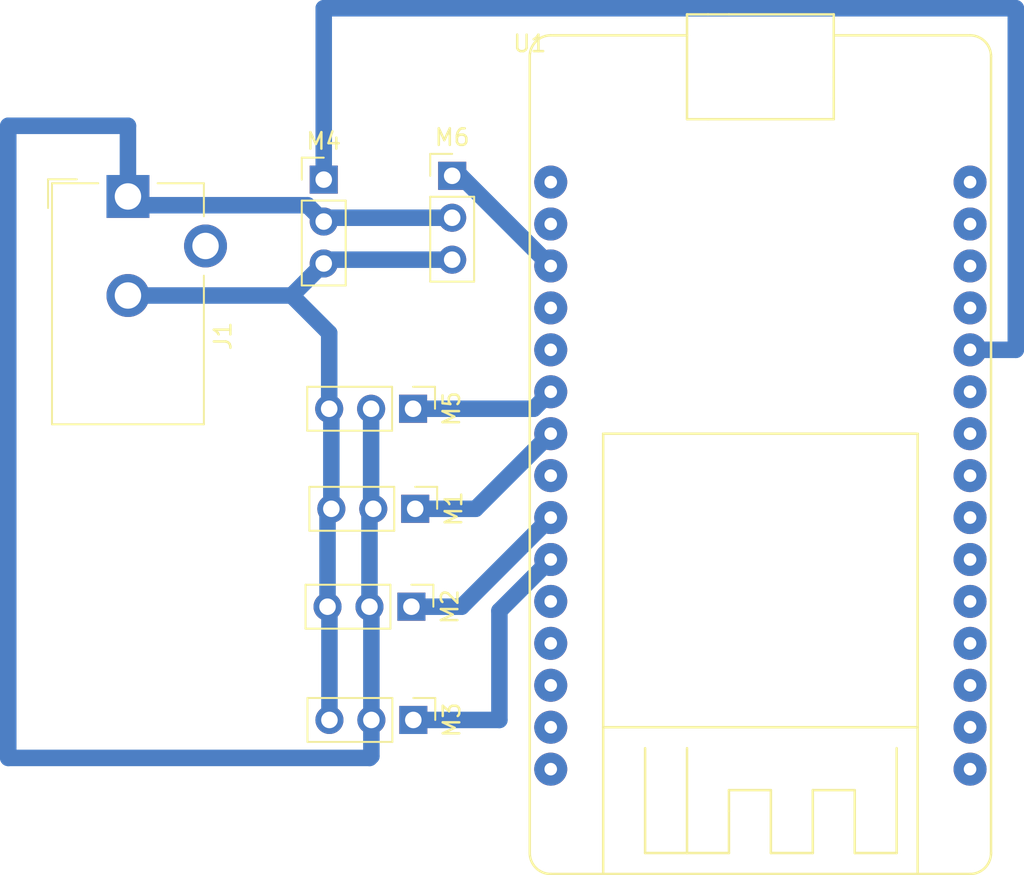
<source format=kicad_pcb>
(kicad_pcb (version 20240108) (generator "pcbnew") (generator_version "8.0")
  (layers (0 "F.Cu" signal) (31 "B.Cu" signal) (34 "B.Paste" user) (35 "F.Paste" user) (36 "B.SilkS" user "B.Silkscreen") (37 "F.SilkS" user "F.Silkscreen") (38 "B.Mask" user) (39 "F.Mask" user) (44 "Edge.Cuts" user))
  (net 0 "")
  (net 1 "GND")
  (net 2 "+12V")
  (net 3 "PWM3")
  (net 4 "PWM2")
  (net 5 "PWM1")
  (net 6 "PWM6")
  (net 7 "PWM4")
  (net 8 "PWM5")
  (net 11 "VccPlaca")
  (net 32 "GndPlaca")
  (footprint "Connector_PinHeader_2.54mm:PinHeader_1x03_P2.54mm_Vertical" (layer "F.Cu") (at 115.41 38.19)
    (property "Reference" "M4" (at 0 -2.33 0) (layer "F.SilkS"))
    (property "Value" "Motor_Servo")
    (fp_line (start -1.33 -1.33) (end 0 -1.33) (stroke (width 0.12)) (layer "F.SilkS"))
    (fp_line (start -1.33 0) (end -1.33 -1.33) (stroke (width 0.12)) (layer "F.SilkS"))
    (fp_line (start -1.33 1.27) (end -1.33 6.41) (stroke (width 0.12)) (layer "F.SilkS"))
    (fp_line (start -1.33 1.27) (end 1.33 1.27) (stroke (width 0.12)) (layer "F.SilkS"))
    (fp_line (start -1.33 6.41) (end 1.33 6.41) (stroke (width 0.12)) (layer "F.SilkS"))
    (fp_line (start 1.33 1.27) (end 1.33 6.41) (stroke (width 0.12)) (layer "F.SilkS"))
    (pad "1" thru_hole rect (at 0 0) (size 1.7 1.7) (drill 1) (layers "*.Cu" "*.Mask") (net 6 "PWM6"))
    (pad "2" thru_hole oval (at 0 2.54) (size 1.7 1.7) (drill 1) (layers "*.Cu" "*.Mask") (net 2 "+12V"))
    (pad "3" thru_hole oval (at 0 5.08) (size 1.7 1.7) (drill 1) (layers "*.Cu" "*.Mask") (net 1 "GND"))
  )
  (footprint "Connector_PinHeader_2.54mm:PinHeader_1x03_P2.54mm_Vertical" (layer "F.Cu") (at 120.95 58.13 -90)
    (property "Reference" "M1" (at 0 -2.33 90) (layer "F.SilkS"))
    (property "Value" "Motor_Servo")
    (fp_line (start -1.33 6.41) (end 1.33 6.41) (stroke (width 0.12)) (layer "F.SilkS"))
    (fp_line (start -1.33 1.27) (end -1.33 6.41) (stroke (width 0.12)) (layer "F.SilkS"))
    (fp_line (start -1.33 1.27) (end 1.33 1.27) (stroke (width 0.12)) (layer "F.SilkS"))
    (fp_line (start 1.33 1.27) (end 1.33 6.41) (stroke (width 0.12)) (layer "F.SilkS"))
    (fp_line (start -1.33 0) (end -1.33 -1.33) (stroke (width 0.12)) (layer "F.SilkS"))
    (fp_line (start -1.33 -1.33) (end 0 -1.33) (stroke (width 0.12)) (layer "F.SilkS"))
    (pad "1" thru_hole rect (at 0 0 270) (size 1.7 1.7) (drill 1) (layers "*.Cu" "*.Mask") (net 3 "PWM3"))
    (pad "2" thru_hole oval (at 0 2.54 270) (size 1.7 1.7) (drill 1) (layers "*.Cu" "*.Mask") (net 2 "+12V"))
    (pad "3" thru_hole oval (at 0 5.08 270) (size 1.7 1.7) (drill 1) (layers "*.Cu" "*.Mask") (net 1 "GND"))
  )
  (footprint "Connector_BarrelJack:BarrelJack_CUI_PJ-102AH_Horizontal" (layer "F.Cu") (at 103.55 39.21)
    (property "Reference" "J1" (at 5.75 8.45 90) (layer "F.SilkS"))
    (property "Value" "Barrel_Jack_MountingPin")
    (fp_line (start -4.84 -1.04) (end -3.1 -1.04) (stroke (width 0.12)) (layer "F.SilkS"))
    (fp_line (start -4.84 0.7) (end -4.84 -1.04) (stroke (width 0.12)) (layer "F.SilkS"))
    (fp_line (start -4.6 -0.8) (end -1.8 -0.8) (stroke (width 0.12)) (layer "F.SilkS"))
    (fp_line (start -4.6 13.8) (end -4.6 -0.8) (stroke (width 0.12)) (layer "F.SilkS"))
    (fp_line (start 1.8 -0.8) (end 4.6 -0.8) (stroke (width 0.12)) (layer "F.SilkS"))
    (fp_line (start 4.6 -0.8) (end 4.6 1.2) (stroke (width 0.12)) (layer "F.SilkS"))
    (fp_line (start 4.6 4.8) (end 4.6 13.8) (stroke (width 0.12)) (layer "F.SilkS"))
    (fp_line (start 4.6 13.8) (end -4.6 13.8) (stroke (width 0.12)) (layer "F.SilkS"))
    (pad "1" thru_hole rect (at 0 0) (size 2.6 2.6) (drill 1.6) (layers "*.Cu" "*.Mask") (net 2 "+12V"))
    (pad "2" thru_hole circle (at 0 6) (size 2.6 2.6) (drill 1.6) (layers "*.Cu" "*.Mask") (net 1 "GND"))
    (pad "3" thru_hole circle (at 4.7 3) (size 2.6 2.6) (drill 1.6) (layers "*.Cu" "*.Mask"))
  )
  (footprint "Connector_PinHeader_2.54mm:PinHeader_1x03_P2.54mm_Vertical" (layer "F.Cu") (at 123.19 37.96)
    (property "Reference" "M6" (at 0 -2.33 0) (layer "F.SilkS"))
    (property "Value" "Motor_Servo")
    (fp_line (start -1.33 -1.33) (end 0 -1.33) (stroke (width 0.12)) (layer "F.SilkS"))
    (fp_line (start -1.33 0) (end -1.33 -1.33) (stroke (width 0.12)) (layer "F.SilkS"))
    (fp_line (start -1.33 1.27) (end -1.33 6.41) (stroke (width 0.12)) (layer "F.SilkS"))
    (fp_line (start -1.33 1.27) (end 1.33 1.27) (stroke (width 0.12)) (layer "F.SilkS"))
    (fp_line (start -1.33 6.41) (end 1.33 6.41) (stroke (width 0.12)) (layer "F.SilkS"))
    (fp_line (start 1.33 1.27) (end 1.33 6.41) (stroke (width 0.12)) (layer "F.SilkS"))
    (pad "1" thru_hole rect (at 0 0) (size 1.7 1.7) (drill 1) (layers "*.Cu" "*.Mask") (net 8 "PWM5"))
    (pad "2" thru_hole oval (at 0 2.54) (size 1.7 1.7) (drill 1) (layers "*.Cu" "*.Mask") (net 2 "+12V"))
    (pad "3" thru_hole oval (at 0 5.08) (size 1.7 1.7) (drill 1) (layers "*.Cu" "*.Mask") (net 1 "GND"))
  )
  (footprint "Connector_PinHeader_2.54mm:PinHeader_1x03_P2.54mm_Vertical" (layer "F.Cu") (at 120.72 64.06 -90)
    (property "Reference" "M2" (at 0 -2.33 90) (layer "F.SilkS"))
    (property "Value" "Motor_Servo")
    (fp_line (start -1.33 6.41) (end 1.33 6.41) (stroke (width 0.12)) (layer "F.SilkS"))
    (fp_line (start -1.33 1.27) (end -1.33 6.41) (stroke (width 0.12)) (layer "F.SilkS"))
    (fp_line (start -1.33 1.27) (end 1.33 1.27) (stroke (width 0.12)) (layer "F.SilkS"))
    (fp_line (start 1.33 1.27) (end 1.33 6.41) (stroke (width 0.12)) (layer "F.SilkS"))
    (fp_line (start -1.33 0) (end -1.33 -1.33) (stroke (width 0.12)) (layer "F.SilkS"))
    (fp_line (start -1.33 -1.33) (end 0 -1.33) (stroke (width 0.12)) (layer "F.SilkS"))
    (pad "1" thru_hole rect (at 0 0 270) (size 1.7 1.7) (drill 1) (layers "*.Cu" "*.Mask") (net 4 "PWM2"))
    (pad "2" thru_hole oval (at 0 2.54 270) (size 1.7 1.7) (drill 1) (layers "*.Cu" "*.Mask") (net 2 "+12V"))
    (pad "3" thru_hole oval (at 0 5.08 270) (size 1.7 1.7) (drill 1) (layers "*.Cu" "*.Mask") (net 1 "GND"))
  )
  (footprint "DOIT_ESP32:DOIT_ESP32_Devkit_mirko" (layer "F.Cu") (at 127.89 29.45)
    (property "Reference" "U1" (at 0 0.5 0) (layer "F.SilkS"))
    (property "Value" "ESP32-Devkit-V1")
    (fp_line (start 0 49.53) (end 0 1.27) (stroke (width 0.15)) (layer "F.SilkS"))
    (fp_line (start 1.27 50.8) (end 26.67 50.8) (stroke (width 0.15)) (layer "F.SilkS"))
    (fp_line (start 4.445 24.13) (end 23.495 24.13) (stroke (width 0.15)) (layer "F.SilkS"))
    (fp_line (start 4.445 50.8) (end 4.445 24.13) (stroke (width 0.15)) (layer "F.SilkS"))
    (fp_line (start 6.985 43.18) (end 6.985 49.53) (stroke (width 0.15)) (layer "F.SilkS"))
    (fp_line (start 6.985 49.53) (end 9.525 49.53) (stroke (width 0.15)) (layer "F.SilkS"))
    (fp_line (start 9.525 -1.27) (end 9.525 5.08) (stroke (width 0.15)) (layer "F.SilkS"))
    (fp_line (start 9.525 0) (end 1.27 0) (stroke (width 0.15)) (layer "F.SilkS"))
    (fp_line (start 9.525 5.08) (end 10.795 5.08) (stroke (width 0.15)) (layer "F.SilkS"))
    (fp_line (start 9.525 49.53) (end 9.525 43.18) (stroke (width 0.15)) (layer "F.SilkS"))
    (fp_line (start 9.525 49.53) (end 12.065 49.53) (stroke (width 0.15)) (layer "F.SilkS"))
    (fp_line (start 10.795 -1.27) (end 9.525 -1.27) (stroke (width 0.15)) (layer "F.SilkS"))
    (fp_line (start 12.065 -1.27) (end 10.795 -1.27) (stroke (width 0.15)) (layer "F.SilkS"))
    (fp_line (start 12.065 -1.27) (end 18.415 -1.27) (stroke (width 0.15)) (layer "F.SilkS"))
    (fp_line (start 12.065 45.72) (end 14.605 45.72) (stroke (width 0.15)) (layer "F.SilkS"))
    (fp_line (start 12.065 46.99) (end 12.065 45.72) (stroke (width 0.15)) (layer "F.SilkS"))
    (fp_line (start 12.065 49.53) (end 12.065 46.99) (stroke (width 0.15)) (layer "F.SilkS"))
    (fp_line (start 14.605 45.72) (end 14.605 49.53) (stroke (width 0.15)) (layer "F.SilkS"))
    (fp_line (start 14.605 49.53) (end 17.145 49.53) (stroke (width 0.15)) (layer "F.SilkS"))
    (fp_line (start 17.145 45.72) (end 19.685 45.72) (stroke (width 0.15)) (layer "F.SilkS"))
    (fp_line (start 17.145 49.53) (end 17.145 45.72) (stroke (width 0.15)) (layer "F.SilkS"))
    (fp_line (start 18.415 -1.27) (end 18.415 2.54) (stroke (width 0.15)) (layer "F.SilkS"))
    (fp_line (start 18.415 0) (end 26.67 0) (stroke (width 0.15)) (layer "F.SilkS"))
    (fp_line (start 18.415 3.81) (end 18.415 2.54) (stroke (width 0.15)) (layer "F.SilkS"))
    (fp_line (start 18.415 3.81) (end 18.415 5.08) (stroke (width 0.15)) (layer "F.SilkS"))
    (fp_line (start 18.415 5.08) (end 10.795 5.08) (stroke (width 0.15)) (layer "F.SilkS"))
    (fp_line (start 19.685 45.72) (end 19.685 48.26) (stroke (width 0.15)) (layer "F.SilkS"))
    (fp_line (start 19.685 48.26) (end 19.685 49.53) (stroke (width 0.15)) (layer "F.SilkS"))
    (fp_line (start 19.685 49.53) (end 22.225 49.53) (stroke (width 0.15)) (layer "F.SilkS"))
    (fp_line (start 22.225 49.53) (end 22.225 43.18) (stroke (width 0.15)) (layer "F.SilkS"))
    (fp_line (start 23.495 24.13) (end 23.495 50.8) (stroke (width 0.15)) (layer "F.SilkS"))
    (fp_line (start 23.495 41.91) (end 4.445 41.91) (stroke (width 0.15)) (layer "F.SilkS"))
    (fp_line (start 27.94 1.27) (end 27.94 49.53) (stroke (width 0.15)) (layer "F.SilkS"))
    (fp_arc (start 0 1.27) (mid 0.371974 0.371974) (end 1.27 0) (stroke (width 0.15)) (layer "F.SilkS"))
    (fp_arc (start 1.27 50.8) (mid 0.371974 50.428026) (end 0 49.53) (stroke (width 0.15)) (layer "F.SilkS"))
    (fp_arc (start 26.67 0) (mid 27.568026 0.371974) (end 27.94 1.27) (stroke (width 0.15)) (layer "F.SilkS"))
    (fp_arc (start 27.94 49.53) (mid 27.568026 50.428026) (end 26.67 50.8) (stroke (width 0.15)) (layer "F.SilkS"))
    (pad "1" thru_hole circle (at 26.67 8.89) (size 2 2) (drill 0.762) (layers "*.Cu" "*.Mask") (net 11 "VccPlaca"))
    (pad "2" thru_hole circle (at 26.67 11.43) (size 2 2) (drill 0.762) (layers "*.Cu" "*.Mask"))
    (pad "3" thru_hole circle (at 26.67 13.97) (size 2 2) (drill 0.762) (layers "*.Cu" "*.Mask"))
    (pad "4" thru_hole circle (at 26.67 16.51) (size 2 2) (drill 0.762) (layers "*.Cu" "*.Mask"))
    (pad "5" thru_hole circle (at 26.67 19.05) (size 2 2) (drill 0.762) (layers "*.Cu" "*.Mask") (net 6 "PWM6"))
    (pad "6" thru_hole circle (at 26.67 21.59) (size 2 2) (drill 0.762) (layers "*.Cu" "*.Mask"))
    (pad "7" thru_hole circle (at 26.67 24.13) (size 2 2) (drill 0.762) (layers "*.Cu" "*.Mask"))
    (pad "8" thru_hole circle (at 26.67 26.67) (size 2 2) (drill 0.762) (layers "*.Cu" "*.Mask"))
    (pad "9" thru_hole circle (at 26.67 29.21) (size 2 2) (drill 0.762) (layers "*.Cu" "*.Mask"))
    (pad "10" thru_hole circle (at 26.67 31.75) (size 2 2) (drill 0.762) (layers "*.Cu" "*.Mask"))
    (pad "11" thru_hole circle (at 26.67 34.29) (size 2 2) (drill 0.762) (layers "*.Cu" "*.Mask"))
    (pad "12" thru_hole circle (at 26.67 36.83) (size 2 2) (drill 0.762) (layers "*.Cu" "*.Mask"))
    (pad "13" thru_hole circle (at 26.67 39.37) (size 2 2) (drill 0.762) (layers "*.Cu" "*.Mask"))
    (pad "14" thru_hole circle (at 26.67 41.91) (size 2 2) (drill 0.762) (layers "*.Cu" "*.Mask"))
    (pad "15" thru_hole circle (at 26.67 44.45) (size 2 2) (drill 0.762) (layers "*.Cu" "*.Mask"))
    (pad "16" thru_hole circle (at 1.27 44.45) (size 2 2) (drill 0.762) (layers "*.Cu" "*.Mask"))
    (pad "17" thru_hole circle (at 1.27 41.91) (size 2 2) (drill 0.762) (layers "*.Cu" "*.Mask"))
    (pad "18" thru_hole circle (at 1.27 39.37) (size 2 2) (drill 0.762) (layers "*.Cu" "*.Mask"))
    (pad "19" thru_hole circle (at 1.27 36.83) (size 2 2) (drill 0.762) (layers "*.Cu" "*.Mask"))
    (pad "20" thru_hole circle (at 1.27 34.29) (size 2 2) (drill 0.762) (layers "*.Cu" "*.Mask"))
    (pad "21" thru_hole circle (at 1.27 31.75) (size 2 2) (drill 0.762) (layers "*.Cu" "*.Mask") (net 5 "PWM1"))
    (pad "22" thru_hole circle (at 1.27 29.21) (size 2 2) (drill 0.762) (layers "*.Cu" "*.Mask") (net 4 "PWM2"))
    (pad "23" thru_hole circle (at 1.27 26.67) (size 2 2) (drill 0.762) (layers "*.Cu" "*.Mask"))
    (pad "24" thru_hole circle (at 1.27 24.13) (size 2 2) (drill 0.762) (layers "*.Cu" "*.Mask") (net 3 "PWM3"))
    (pad "25" thru_hole circle (at 1.27 21.59) (size 2 2) (drill 0.762) (layers "*.Cu" "*.Mask") (net 7 "PWM4"))
    (pad "26" thru_hole circle (at 1.27 19.05) (size 2 2) (drill 0.762) (layers "*.Cu" "*.Mask"))
    (pad "27" thru_hole circle (at 1.27 16.51) (size 2 2) (drill 0.762) (layers "*.Cu" "*.Mask"))
    (pad "28" thru_hole circle (at 1.27 13.97) (size 2 2) (drill 0.762) (layers "*.Cu" "*.Mask") (net 8 "PWM5"))
    (pad "29" thru_hole circle (at 1.27 11.43) (size 2 2) (drill 0.762) (layers "*.Cu" "*.Mask") (net 32 "GndPlaca"))
    (pad "30" thru_hole circle (at 1.27 8.89) (size 2 2) (drill 0.762) (layers "*.Cu" "*.Mask"))
  )
  (footprint "Connector_PinHeader_2.54mm:PinHeader_1x03_P2.54mm_Vertical" (layer "F.Cu") (at 120.82 52.07 -90)
    (property "Reference" "M5" (at 0 -2.33 90) (layer "F.SilkS"))
    (property "Value" "Motor_Servo")
    (fp_line (start -1.33 6.41) (end 1.33 6.41) (stroke (width 0.12)) (layer "F.SilkS"))
    (fp_line (start -1.33 1.27) (end -1.33 6.41) (stroke (width 0.12)) (layer "F.SilkS"))
    (fp_line (start -1.33 1.27) (end 1.33 1.27) (stroke (width 0.12)) (layer "F.SilkS"))
    (fp_line (start 1.33 1.27) (end 1.33 6.41) (stroke (width 0.12)) (layer "F.SilkS"))
    (fp_line (start -1.33 0) (end -1.33 -1.33) (stroke (width 0.12)) (layer "F.SilkS"))
    (fp_line (start -1.33 -1.33) (end 0 -1.33) (stroke (width 0.12)) (layer "F.SilkS"))
    (pad "1" thru_hole rect (at 0 0 270) (size 1.7 1.7) (drill 1) (layers "*.Cu" "*.Mask") (net 7 "PWM4"))
    (pad "2" thru_hole oval (at 0 2.54 270) (size 1.7 1.7) (drill 1) (layers "*.Cu" "*.Mask") (net 2 "+12V"))
    (pad "3" thru_hole oval (at 0 5.08 270) (size 1.7 1.7) (drill 1) (layers "*.Cu" "*.Mask") (net 1 "GND"))
  )
  (footprint "Connector_PinHeader_2.54mm:PinHeader_1x03_P2.54mm_Vertical" (layer "F.Cu") (at 120.835 70.92 -90)
    (property "Reference" "M3" (at 0 -2.33 90) (layer "F.SilkS"))
    (property "Value" "Motor_Servo")
    (fp_line (start -1.33 6.41) (end 1.33 6.41) (stroke (width 0.12)) (layer "F.SilkS"))
    (fp_line (start -1.33 1.27) (end -1.33 6.41) (stroke (width 0.12)) (layer "F.SilkS"))
    (fp_line (start -1.33 1.27) (end 1.33 1.27) (stroke (width 0.12)) (layer "F.SilkS"))
    (fp_line (start 1.33 1.27) (end 1.33 6.41) (stroke (width 0.12)) (layer "F.SilkS"))
    (fp_line (start -1.33 0) (end -1.33 -1.33) (stroke (width 0.12)) (layer "F.SilkS"))
    (fp_line (start -1.33 -1.33) (end 0 -1.33) (stroke (width 0.12)) (layer "F.SilkS"))
    (pad "1" thru_hole rect (at 0 0 270) (size 1.7 1.7) (drill 1) (layers "*.Cu" "*.Mask") (net 5 "PWM1"))
    (pad "2" thru_hole oval (at 0 2.54 270) (size 1.7 1.7) (drill 1) (layers "*.Cu" "*.Mask") (net 2 "+12V"))
    (pad "3" thru_hole oval (at 0 5.08 270) (size 1.7 1.7) (drill 1) (layers "*.Cu" "*.Mask") (net 1 "GND"))
  )
  (segment (start 113.47 45.21) (end 103.55 45.21) (width 1) (layer "B.Cu") (net 1))
  (segment (start 115.41 43.27) (end 113.47 45.21) (width 1) (layer "B.Cu") (net 1))
  (segment (start 115.755 70.92) (end 115.755 64.175) (width 1) (layer "B.Cu") (net 1))
  (segment (start 115.87 52.2) (end 115.74 52.07) (width 1) (layer "B.Cu") (net 1))
  (segment (start 115.64 43.04) (end 115.41 43.27) (width 1) (layer "B.Cu") (net 1))
  (segment (start 115.74 47.48) (end 113.47 45.21) (width 1) (layer "B.Cu") (net 1))
  (segment (start 115.755 64.175) (end 115.64 64.06) (width 1) (layer "B.Cu") (net 1))
  (segment (start 115.74 52.07) (end 115.74 47.48) (width 1) (layer "B.Cu") (net 1))
  (segment (start 115.87 58.13) (end 115.87 52.2) (width 1) (layer "B.Cu") (net 1))
  (segment (start 115.64 58.36) (end 115.87 58.13) (width 1) (layer "B.Cu") (net 1))
  (segment (start 115.64 64.06) (end 115.64 58.36) (width 1) (layer "B.Cu") (net 1))
  (segment (start 123.19 43.04) (end 115.64 43.04) (width 1) (layer "B.Cu") (net 1))
  (segment (start 118.18 58.36) (end 118.41 58.13) (width 1) (layer "B.Cu") (net 2))
  (segment (start 103.55 34.93) (end 103.55 39.21) (width 1) (layer "B.Cu") (net 2))
  (segment (start 118.295 73.115) (end 118.19 73.22) (width 1) (layer "B.Cu") (net 2))
  (segment (start 114.42 39.74) (end 104.08 39.74) (width 1) (layer "B.Cu") (net 2))
  (segment (start 115.64 40.5) (end 115.41 40.73) (width 1) (layer "B.Cu") (net 2))
  (segment (start 118.18 64.06) (end 118.18 58.36) (width 1) (layer "B.Cu") (net 2))
  (segment (start 115.41 40.73) (end 114.42 39.74) (width 1) (layer "B.Cu") (net 2))
  (segment (start 118.19 73.22) (end 96.3 73.22) (width 1) (layer "B.Cu") (net 2))
  (segment (start 96.3 73.22) (end 96.3 34.93) (width 1) (layer "B.Cu") (net 2))
  (segment (start 118.295 70.92) (end 118.295 73.115) (width 1) (layer "B.Cu") (net 2))
  (segment (start 118.28 52.07) (end 118.28 58) (width 1) (layer "B.Cu") (net 2))
  (segment (start 104.08 39.74) (end 103.55 39.21) (width 1) (layer "B.Cu") (net 2))
  (segment (start 96.3 34.93) (end 103.55 34.93) (width 1) (layer "B.Cu") (net 2))
  (segment (start 118.28 58) (end 118.41 58.13) (width 1) (layer "B.Cu") (net 2))
  (segment (start 118.295 64.175) (end 118.18 64.06) (width 1) (layer "B.Cu") (net 2))
  (segment (start 118.295 70.92) (end 118.295 64.175) (width 1) (layer "B.Cu") (net 2))
  (segment (start 123.19 40.5) (end 115.64 40.5) (width 1) (layer "B.Cu") (net 2))
  (segment (start 124.61 58.13) (end 129.16 53.58) (width 1) (layer "B.Cu") (net 3))
  (segment (start 120.95 58.13) (end 124.61 58.13) (width 1) (layer "B.Cu") (net 3))
  (segment (start 120.72 64.06) (end 123.76 64.06) (width 1) (layer "B.Cu") (net 4))
  (segment (start 123.76 64.06) (end 129.16 58.66) (width 1) (layer "B.Cu") (net 4))
  (segment (start 126.05 70.92) (end 126.05 64.31) (width 1) (layer "B.Cu") (net 5))
  (segment (start 126.05 64.31) (end 129.16 61.2) (width 1) (layer "B.Cu") (net 5))
  (segment (start 120.835 70.92) (end 126.05 70.92) (width 1) (layer "B.Cu") (net 5))
  (segment (start 115.41 27.81) (end 157.33 27.81) (width 1) (layer "B.Cu") (net 6))
  (segment (start 157.33 48.5) (end 154.56 48.5) (width 1) (layer "B.Cu") (net 6))
  (segment (start 115.41 38.19) (end 115.41 27.81) (width 1) (layer "B.Cu") (net 6))
  (segment (start 157.33 27.81) (end 157.33 48.5) (width 1) (layer "B.Cu") (net 6))
  (segment (start 120.82 52.07) (end 128.13 52.07) (width 1) (layer "B.Cu") (net 7))
  (segment (start 128.13 52.07) (end 129.16 51.04) (width 1) (layer "B.Cu") (net 7))
  (segment (start 123.19 37.96) (end 123.7 37.96) (width 1) (layer "B.Cu") (net 8))
  (segment (start 123.7 37.96) (end 129.16 43.42) (width 1) (layer "B.Cu") (net 8))
)
</source>
